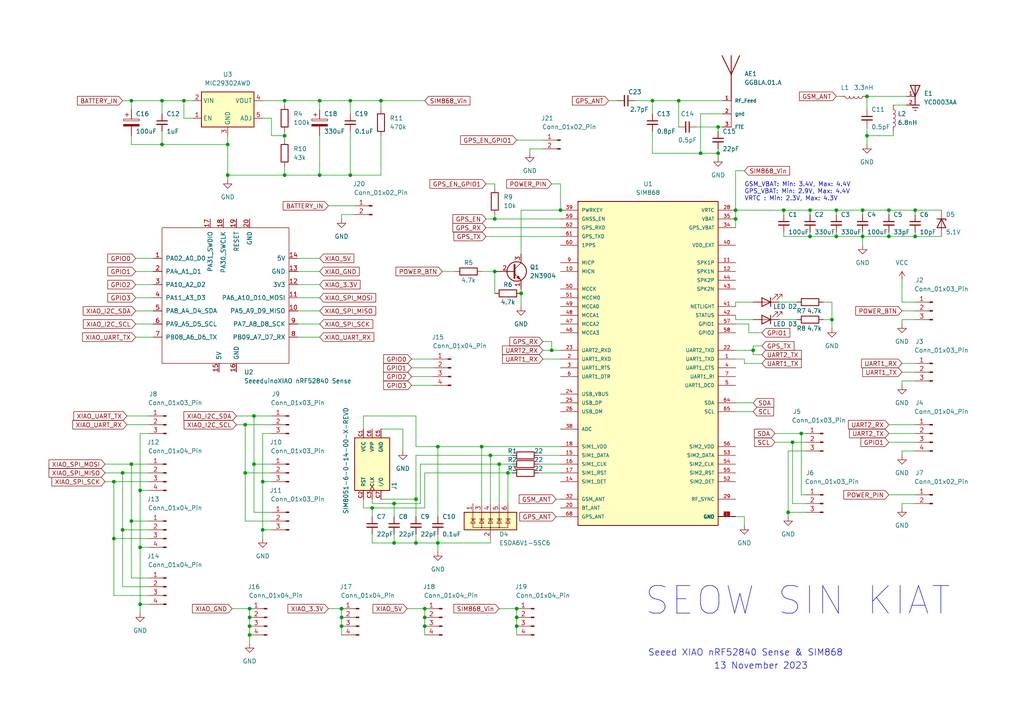
<source format=kicad_sch>
(kicad_sch (version 20230121) (generator eeschema)
  (paper "A4")
  (junction (at 73.66 120.65))
  (junction (at 40.64 175.26))
  (junction (at 265.43 60.96))
  (junction (at 160.02 101.6))
  (junction (at 208.28 44.45))
  (junction (at 143.51 63.5))
  (junction (at 72.39 181.61))
  (junction (at 92.71 29.21))
  (junction (at 151.13 85.09))
  (junction (at 143.51 78.74))
  (junction (at 72.39 179.07))
  (junction (at 142.24 132.08))
  (junction (at 99.06 179.07))
  (junction (at 99.06 181.61))
  (junction (at 38.1 29.21))
  (junction (at 35.56 153.67))
  (junction (at 46.99 29.21))
  (junction (at 149.86 179.07))
  (junction (at 123.19 179.07))
  (junction (at 99.06 176.53))
  (junction (at 213.36 60.96))
  (junction (at 38.1 151.13))
  (junction (at 35.56 137.16))
  (junction (at 257.81 68.58))
  (junction (at 251.46 39.37))
  (junction (at 127 157.48))
  (junction (at 149.86 176.53))
  (junction (at 251.46 27.94))
  (junction (at 40.64 142.24))
  (junction (at 101.6 50.8))
  (junction (at 196.85 29.21))
  (junction (at 242.57 60.96))
  (junction (at 76.2 139.7))
  (junction (at 40.64 158.75))
  (junction (at 189.23 29.21))
  (junction (at 250.19 68.58))
  (junction (at 127 129.54))
  (junction (at 53.34 29.21))
  (junction (at 234.95 68.58))
  (junction (at 46.99 41.91))
  (junction (at 123.19 176.53))
  (junction (at 123.19 181.61))
  (junction (at 72.39 176.53))
  (junction (at 218.44 101.6))
  (junction (at 208.28 36.83))
  (junction (at 234.95 60.96))
  (junction (at 110.49 29.21))
  (junction (at 162.56 60.96))
  (junction (at 73.66 134.62))
  (junction (at 213.36 63.5))
  (junction (at 114.3 157.48))
  (junction (at 66.04 50.8))
  (junction (at 242.57 68.58))
  (junction (at 38.1 134.62))
  (junction (at 265.43 68.58))
  (junction (at 82.55 29.21))
  (junction (at 228.6 148.59))
  (junction (at 147.32 137.16))
  (junction (at 139.7 129.54))
  (junction (at 250.19 60.96))
  (junction (at 120.65 144.78))
  (junction (at 82.55 50.8))
  (junction (at 144.78 134.62))
  (junction (at 72.39 184.15))
  (junction (at 114.3 146.05))
  (junction (at 71.12 137.16))
  (junction (at 107.95 147.32))
  (junction (at 76.2 153.67))
  (junction (at 227.33 60.96))
  (junction (at 203.2 44.45))
  (junction (at 149.86 181.61))
  (junction (at 71.12 123.19))
  (junction (at 66.04 41.91))
  (junction (at 241.3 92.71))
  (junction (at 82.55 39.37))
  (junction (at 232.41 125.73))
  (junction (at 33.02 156.21))
  (junction (at 101.6 29.21))
  (junction (at 33.02 139.7))
  (junction (at 229.87 128.27))
  (junction (at 120.65 157.48))
  (junction (at 92.71 50.8))
  (junction (at 257.81 60.96))
  (wire (pts (xy 139.7 129.54) (xy 162.56 129.54)))
  (wire (pts (xy 157.48 99.06) (xy 160.02 99.06)))
  (wire (pts (xy 273.05 60.96) (xy 265.43 60.96)))
  (wire (pts (xy 110.49 144.78) (xy 120.65 144.78)))
  (wire (pts (xy 250.19 60.96) (xy 250.19 62.23)))
  (wire (pts (xy 33.02 156.21) (xy 33.02 139.7)))
  (wire (pts (xy 140.97 68.58) (xy 162.56 68.58)))
  (wire (pts (xy 139.7 78.74) (xy 143.51 78.74)))
  (wire (pts (xy 123.19 137.16) (xy 123.19 147.32)))
  (wire (pts (xy 250.19 68.58) (xy 257.81 68.58)))
  (wire (pts (xy 78.74 148.59) (xy 73.66 148.59)))
  (wire (pts (xy 123.19 147.32) (xy 107.95 147.32)))
  (wire (pts (xy 161.29 144.78) (xy 162.56 144.78)))
  (wire (pts (xy 176.53 29.21) (xy 179.07 29.21)))
  (wire (pts (xy 218.44 100.33) (xy 220.98 100.33)))
  (wire (pts (xy 121.92 134.62) (xy 144.78 134.62)))
  (wire (pts (xy 120.65 132.08) (xy 120.65 144.78)))
  (wire (pts (xy 66.04 50.8) (xy 82.55 50.8)))
  (wire (pts (xy 251.46 27.94) (xy 262.89 27.94)))
  (wire (pts (xy 251.46 36.83) (xy 251.46 39.37)))
  (wire (pts (xy 215.9 149.86) (xy 215.9 152.4)))
  (wire (pts (xy 233.68 143.51) (xy 232.41 143.51)))
  (wire (pts (xy 35.56 137.16) (xy 43.18 137.16)))
  (wire (pts (xy 86.36 93.98) (xy 92.71 93.98)))
  (wire (pts (xy 144.78 134.62) (xy 148.59 134.62)))
  (wire (pts (xy 189.23 38.1) (xy 189.23 44.45)))
  (wire (pts (xy 72.39 181.61) (xy 72.39 184.15)))
  (wire (pts (xy 226.06 92.71) (xy 231.14 92.71)))
  (wire (pts (xy 33.02 172.72) (xy 33.02 156.21)))
  (wire (pts (xy 241.3 92.71) (xy 241.3 95.25)))
  (wire (pts (xy 215.9 104.14) (xy 213.36 104.14)))
  (wire (pts (xy 71.12 151.13) (xy 71.12 137.16)))
  (wire (pts (xy 232.41 125.73) (xy 232.41 143.51)))
  (wire (pts (xy 227.33 60.96) (xy 213.36 60.96)))
  (wire (pts (xy 217.17 93.98) (xy 213.36 93.98)))
  (wire (pts (xy 213.36 119.38) (xy 218.44 119.38)))
  (wire (pts (xy 73.66 134.62) (xy 73.66 120.65)))
  (wire (pts (xy 38.1 29.21) (xy 46.99 29.21)))
  (wire (pts (xy 234.95 60.96) (xy 242.57 60.96)))
  (wire (pts (xy 67.31 176.53) (xy 72.39 176.53)))
  (wire (pts (xy 76.2 29.21) (xy 82.55 29.21)))
  (wire (pts (xy 76.2 153.67) (xy 76.2 156.21)))
  (wire (pts (xy 259.08 30.48) (xy 262.89 30.48)))
  (wire (pts (xy 99.06 62.23) (xy 99.06 63.5)))
  (wire (pts (xy 242.57 60.96) (xy 250.19 60.96)))
  (wire (pts (xy 40.64 142.24) (xy 40.64 158.75)))
  (wire (pts (xy 92.71 29.21) (xy 92.71 31.75)))
  (wire (pts (xy 215.9 105.41) (xy 220.98 105.41)))
  (wire (pts (xy 71.12 137.16) (xy 71.12 123.19)))
  (wire (pts (xy 203.2 33.02) (xy 203.2 44.45)))
  (wire (pts (xy 35.56 170.18) (xy 35.56 153.67)))
  (wire (pts (xy 213.36 149.86) (xy 215.9 149.86)))
  (wire (pts (xy 78.74 151.13) (xy 71.12 151.13)))
  (wire (pts (xy 127 129.54) (xy 127 149.86)))
  (wire (pts (xy 242.57 68.58) (xy 242.57 67.31)))
  (wire (pts (xy 53.34 34.29) (xy 53.34 29.21)))
  (wire (pts (xy 233.68 146.05) (xy 229.87 146.05)))
  (wire (pts (xy 261.62 105.41) (xy 265.43 105.41)))
  (wire (pts (xy 242.57 27.94) (xy 243.84 27.94)))
  (wire (pts (xy 39.37 97.79) (xy 44.45 97.79)))
  (wire (pts (xy 143.51 62.23) (xy 143.51 63.5)))
  (wire (pts (xy 110.49 39.37) (xy 110.49 50.8)))
  (wire (pts (xy 40.64 125.73) (xy 40.64 142.24)))
  (wire (pts (xy 201.93 36.83) (xy 208.28 36.83)))
  (wire (pts (xy 143.51 54.61) (xy 143.51 53.34)))
  (wire (pts (xy 189.23 44.45) (xy 203.2 44.45)))
  (wire (pts (xy 144.78 134.62) (xy 144.78 146.05)))
  (wire (pts (xy 38.1 41.91) (xy 38.1 39.37)))
  (wire (pts (xy 209.55 29.21) (xy 196.85 29.21)))
  (wire (pts (xy 110.49 124.46) (xy 116.84 124.46)))
  (wire (pts (xy 265.43 130.81) (xy 261.62 130.81)))
  (wire (pts (xy 241.3 87.63) (xy 238.76 87.63)))
  (wire (pts (xy 123.19 181.61) (xy 123.19 184.15)))
  (wire (pts (xy 82.55 29.21) (xy 92.71 29.21)))
  (wire (pts (xy 33.02 156.21) (xy 43.18 156.21)))
  (wire (pts (xy 147.32 137.16) (xy 148.59 137.16)))
  (wire (pts (xy 142.24 132.08) (xy 142.24 146.05)))
  (wire (pts (xy 95.25 176.53) (xy 99.06 176.53)))
  (wire (pts (xy 76.2 139.7) (xy 78.74 139.7)))
  (wire (pts (xy 116.84 124.46) (xy 116.84 130.81)))
  (wire (pts (xy 161.29 149.86) (xy 162.56 149.86)))
  (wire (pts (xy 218.44 101.6) (xy 218.44 102.87)))
  (wire (pts (xy 78.74 34.29) (xy 76.2 34.29)))
  (wire (pts (xy 209.55 33.02) (xy 203.2 33.02)))
  (wire (pts (xy 123.19 179.07) (xy 123.19 181.61)))
  (wire (pts (xy 40.64 158.75) (xy 40.64 175.26)))
  (wire (pts (xy 156.21 134.62) (xy 162.56 134.62)))
  (wire (pts (xy 257.81 68.58) (xy 265.43 68.58)))
  (wire (pts (xy 227.33 60.96) (xy 234.95 60.96)))
  (wire (pts (xy 86.36 86.36) (xy 92.71 86.36)))
  (wire (pts (xy 227.33 62.23) (xy 227.33 60.96)))
  (wire (pts (xy 99.06 179.07) (xy 99.06 181.61)))
  (wire (pts (xy 38.1 167.64) (xy 38.1 151.13)))
  (wire (pts (xy 208.28 44.45) (xy 208.28 45.72)))
  (wire (pts (xy 261.62 111.76) (xy 261.62 110.49)))
  (wire (pts (xy 92.71 50.8) (xy 82.55 50.8)))
  (wire (pts (xy 265.43 146.05) (xy 261.62 146.05)))
  (wire (pts (xy 72.39 179.07) (xy 72.39 181.61)))
  (wire (pts (xy 265.43 68.58) (xy 265.43 67.31)))
  (wire (pts (xy 46.99 38.1) (xy 46.99 41.91)))
  (wire (pts (xy 143.51 78.74) (xy 143.51 85.09)))
  (wire (pts (xy 114.3 146.05) (xy 114.3 149.86)))
  (wire (pts (xy 142.24 157.48) (xy 142.24 156.21)))
  (wire (pts (xy 92.71 39.37) (xy 92.71 50.8)))
  (wire (pts (xy 39.37 78.74) (xy 44.45 78.74)))
  (wire (pts (xy 189.23 29.21) (xy 189.23 33.02)))
  (wire (pts (xy 43.18 167.64) (xy 38.1 167.64)))
  (wire (pts (xy 218.44 100.33) (xy 218.44 101.6)))
  (wire (pts (xy 234.95 68.58) (xy 234.95 67.31)))
  (wire (pts (xy 149.86 181.61) (xy 149.86 184.15)))
  (wire (pts (xy 119.38 106.68) (xy 125.73 106.68)))
  (wire (pts (xy 120.65 129.54) (xy 127 129.54)))
  (wire (pts (xy 43.18 172.72) (xy 33.02 172.72)))
  (wire (pts (xy 156.21 132.08) (xy 162.56 132.08)))
  (wire (pts (xy 107.95 146.05) (xy 114.3 146.05)))
  (wire (pts (xy 121.92 134.62) (xy 121.92 146.05)))
  (wire (pts (xy 259.08 39.37) (xy 251.46 39.37)))
  (wire (pts (xy 53.34 29.21) (xy 55.88 29.21)))
  (wire (pts (xy 250.19 68.58) (xy 250.19 71.12)))
  (wire (pts (xy 196.85 29.21) (xy 196.85 36.83)))
  (wire (pts (xy 144.78 176.53) (xy 149.86 176.53)))
  (wire (pts (xy 110.49 29.21) (xy 110.49 31.75)))
  (wire (pts (xy 38.1 29.21) (xy 38.1 31.75)))
  (wire (pts (xy 118.11 176.53) (xy 123.19 176.53)))
  (wire (pts (xy 38.1 151.13) (xy 43.18 151.13)))
  (wire (pts (xy 228.6 148.59) (xy 228.6 149.86)))
  (wire (pts (xy 120.65 154.94) (xy 120.65 157.48)))
  (wire (pts (xy 39.37 74.93) (xy 44.45 74.93)))
  (wire (pts (xy 39.37 90.17) (xy 44.45 90.17)))
  (wire (pts (xy 68.58 120.65) (xy 73.66 120.65)))
  (wire (pts (xy 208.28 36.83) (xy 208.28 38.1)))
  (wire (pts (xy 232.41 125.73) (xy 233.68 125.73)))
  (wire (pts (xy 114.3 157.48) (xy 120.65 157.48)))
  (wire (pts (xy 119.38 111.76) (xy 125.73 111.76)))
  (wire (pts (xy 261.62 87.63) (xy 265.43 87.63)))
  (wire (pts (xy 102.87 62.23) (xy 99.06 62.23)))
  (wire (pts (xy 120.65 120.65) (xy 120.65 129.54)))
  (wire (pts (xy 261.62 107.95) (xy 265.43 107.95)))
  (wire (pts (xy 218.44 102.87) (xy 220.98 102.87)))
  (wire (pts (xy 30.48 137.16) (xy 35.56 137.16)))
  (wire (pts (xy 73.66 120.65) (xy 78.74 120.65)))
  (wire (pts (xy 120.65 120.65) (xy 105.41 120.65)))
  (wire (pts (xy 229.87 128.27) (xy 229.87 146.05)))
  (wire (pts (xy 213.36 49.53) (xy 215.9 49.53)))
  (wire (pts (xy 265.43 68.58) (xy 273.05 68.58)))
  (wire (pts (xy 107.95 147.32) (xy 107.95 149.86)))
  (wire (pts (xy 101.6 29.21) (xy 110.49 29.21)))
  (wire (pts (xy 101.6 29.21) (xy 101.6 33.02)))
  (wire (pts (xy 107.95 144.78) (xy 107.95 146.05)))
  (wire (pts (xy 43.18 175.26) (xy 40.64 175.26)))
  (wire (pts (xy 257.81 60.96) (xy 257.81 62.23)))
  (wire (pts (xy 38.1 41.91) (xy 46.99 41.91)))
  (wire (pts (xy 228.6 130.81) (xy 228.6 148.59)))
  (wire (pts (xy 238.76 92.71) (xy 241.3 92.71)))
  (wire (pts (xy 86.36 78.74) (xy 92.71 78.74)))
  (wire (pts (xy 226.06 87.63) (xy 231.14 87.63)))
  (wire (pts (xy 242.57 60.96) (xy 242.57 62.23)))
  (wire (pts (xy 140.97 63.5) (xy 143.51 63.5)))
  (wire (pts (xy 39.37 86.36) (xy 44.45 86.36)))
  (wire (pts (xy 66.04 50.8) (xy 66.04 52.07)))
  (wire (pts (xy 39.37 93.98) (xy 44.45 93.98)))
  (wire (pts (xy 36.83 120.65) (xy 43.18 120.65)))
  (wire (pts (xy 119.38 109.22) (xy 125.73 109.22)))
  (wire (pts (xy 261.62 146.05) (xy 261.62 147.32)))
  (wire (pts (xy 251.46 39.37) (xy 251.46 41.91)))
  (wire (pts (xy 157.48 43.18) (xy 153.67 43.18)))
  (wire (pts (xy 30.48 139.7) (xy 33.02 139.7)))
  (wire (pts (xy 261.62 110.49) (xy 265.43 110.49)))
  (wire (pts (xy 229.87 128.27) (xy 233.68 128.27)))
  (wire (pts (xy 107.95 154.94) (xy 107.95 157.48)))
  (wire (pts (xy 72.39 176.53) (xy 72.39 179.07)))
  (wire (pts (xy 251.46 27.94) (xy 251.46 31.75)))
  (wire (pts (xy 257.81 128.27) (xy 265.43 128.27)))
  (wire (pts (xy 86.36 74.93) (xy 92.71 74.93)))
  (wire (pts (xy 38.1 134.62) (xy 43.18 134.62)))
  (wire (pts (xy 76.2 153.67) (xy 78.74 153.67)))
  (wire (pts (xy 82.55 29.21) (xy 82.55 30.48)))
  (wire (pts (xy 110.49 29.21) (xy 123.19 29.21)))
  (wire (pts (xy 105.41 120.65) (xy 105.41 124.46)))
  (wire (pts (xy 233.68 130.81) (xy 228.6 130.81)))
  (wire (pts (xy 76.2 125.73) (xy 76.2 139.7)))
  (wire (pts (xy 213.36 87.63) (xy 213.36 88.9)))
  (wire (pts (xy 107.95 147.32) (xy 105.41 147.32)))
  (wire (pts (xy 110.49 50.8) (xy 101.6 50.8)))
  (wire (pts (xy 73.66 148.59) (xy 73.66 134.62)))
  (wire (pts (xy 151.13 85.09) (xy 151.13 88.9)))
  (wire (pts (xy 39.37 82.55) (xy 44.45 82.55)))
  (wire (pts (xy 78.74 34.29) (xy 78.74 39.37)))
  (wire (pts (xy 82.55 39.37) (xy 82.55 38.1)))
  (wire (pts (xy 139.7 129.54) (xy 139.7 146.05)))
  (wire (pts (xy 71.12 137.16) (xy 78.74 137.16)))
  (wire (pts (xy 68.58 123.19) (xy 71.12 123.19)))
  (wire (pts (xy 36.83 123.19) (xy 43.18 123.19)))
  (wire (pts (xy 120.65 132.08) (xy 142.24 132.08)))
  (wire (pts (xy 250.19 60.96) (xy 257.81 60.96)))
  (wire (pts (xy 40.64 142.24) (xy 43.18 142.24)))
  (wire (pts (xy 127 129.54) (xy 139.7 129.54)))
  (wire (pts (xy 257.81 123.19) (xy 265.43 123.19)))
  (wire (pts (xy 162.56 60.96) (xy 151.13 60.96)))
  (wire (pts (xy 121.92 146.05) (xy 114.3 146.05)))
  (wire (pts (xy 55.88 34.29) (xy 53.34 34.29)))
  (wire (pts (xy 217.17 96.52) (xy 220.98 96.52)))
  (wire (pts (xy 208.28 36.83) (xy 209.55 36.83)))
  (wire (pts (xy 127 154.94) (xy 127 157.48)))
  (wire (pts (xy 40.64 175.26) (xy 40.64 177.8)))
  (wire (pts (xy 215.9 105.41) (xy 215.9 104.14)))
  (wire (pts (xy 157.48 101.6) (xy 160.02 101.6)))
  (wire (pts (xy 234.95 60.96) (xy 234.95 62.23)))
  (wire (pts (xy 213.36 116.84) (xy 218.44 116.84)))
  (wire (pts (xy 261.62 81.28) (xy 261.62 87.63)))
  (wire (pts (xy 105.41 147.32) (xy 105.41 144.78)))
  (wire (pts (xy 33.02 139.7) (xy 43.18 139.7)))
  (wire (pts (xy 95.25 59.69) (xy 102.87 59.69)))
  (wire (pts (xy 233.68 148.59) (xy 228.6 148.59)))
  (wire (pts (xy 46.99 29.21) (xy 53.34 29.21)))
  (wire (pts (xy 76.2 139.7) (xy 76.2 153.67)))
  (wire (pts (xy 127 157.48) (xy 142.24 157.48)))
  (wire (pts (xy 213.36 87.63) (xy 218.44 87.63)))
  (wire (pts (xy 149.86 179.07) (xy 149.86 181.61)))
  (wire (pts (xy 160.02 53.34) (xy 162.56 53.34)))
  (wire (pts (xy 119.38 104.14) (xy 125.73 104.14)))
  (wire (pts (xy 143.51 63.5) (xy 162.56 63.5)))
  (wire (pts (xy 257.81 68.58) (xy 257.81 67.31)))
  (wire (pts (xy 147.32 137.16) (xy 147.32 146.05)))
  (wire (pts (xy 120.65 157.48) (xy 127 157.48)))
  (wire (pts (xy 261.62 92.71) (xy 265.43 92.71)))
  (wire (pts (xy 140.97 66.04) (xy 162.56 66.04)))
  (wire (pts (xy 99.06 181.61) (xy 99.06 184.15)))
  (wire (pts (xy 142.24 132.08) (xy 148.59 132.08)))
  (wire (pts (xy 46.99 29.21) (xy 46.99 33.02)))
  (wire (pts (xy 43.18 158.75) (xy 40.64 158.75)))
  (wire (pts (xy 213.36 101.6) (xy 218.44 101.6)))
  (wire (pts (xy 261.62 130.81) (xy 261.62 132.08)))
  (wire (pts (xy 71.12 123.19) (xy 78.74 123.19)))
  (wire (pts (xy 257.81 60.96) (xy 265.43 60.96)))
  (wire (pts (xy 123.19 137.16) (xy 147.32 137.16)))
  (wire (pts (xy 208.28 43.18) (xy 208.28 44.45)))
  (wire (pts (xy 184.15 29.21) (xy 189.23 29.21)))
  (wire (pts (xy 86.36 90.17) (xy 92.71 90.17)))
  (wire (pts (xy 257.81 125.73) (xy 265.43 125.73)))
  (wire (pts (xy 107.95 157.48) (xy 114.3 157.48)))
  (wire (pts (xy 35.56 153.67) (xy 35.56 137.16)))
  (wire (pts (xy 114.3 157.48) (xy 114.3 154.94)))
  (wire (pts (xy 86.36 82.55) (xy 92.71 82.55)))
  (wire (pts (xy 38.1 151.13) (xy 38.1 134.62)))
  (wire (pts (xy 213.36 49.53) (xy 213.36 60.96)))
  (wire (pts (xy 265.43 60.96) (xy 265.43 62.23)))
  (wire (pts (xy 203.2 44.45) (xy 208.28 44.45)))
  (wire (pts (xy 162.56 53.34) (xy 162.56 60.96)))
  (wire (pts (xy 128.27 78.74) (xy 132.08 78.74)))
  (wire (pts (xy 120.65 144.78) (xy 120.65 149.86)))
  (wire (pts (xy 151.13 60.96) (xy 151.13 73.66)))
  (wire (pts (xy 227.33 68.58) (xy 227.33 67.31)))
  (wire (pts (xy 189.23 29.21) (xy 196.85 29.21)))
  (wire (pts (xy 217.17 96.52) (xy 217.17 93.98)))
  (wire (pts (xy 82.55 39.37) (xy 82.55 40.64)))
  (wire (pts (xy 156.21 137.16) (xy 162.56 137.16)))
  (wire (pts (xy 43.18 125.73) (xy 40.64 125.73)))
  (wire (pts (xy 35.56 29.21) (xy 38.1 29.21)))
  (wire (pts (xy 78.74 125.73) (xy 76.2 125.73)))
  (wire (pts (xy 213.36 60.96) (xy 213.36 63.5)))
  (wire (pts (xy 46.99 41.91) (xy 66.04 41.91)))
  (wire (pts (xy 151.13 83.82) (xy 151.13 85.09)))
  (wire (pts (xy 241.3 87.63) (xy 241.3 92.71)))
  (wire (pts (xy 82.55 50.8) (xy 82.55 48.26)))
  (wire (pts (xy 143.51 53.34) (xy 140.97 53.34)))
  (wire (pts (xy 213.36 63.5) (xy 213.36 66.04)))
  (wire (pts (xy 227.33 68.58) (xy 234.95 68.58)))
  (wire (pts (xy 234.95 68.58) (xy 242.57 68.58)))
  (wire (pts (xy 43.18 170.18) (xy 35.56 170.18)))
  (wire (pts (xy 261.62 90.17) (xy 265.43 90.17)))
  (wire (pts (xy 72.39 184.15) (xy 72.39 186.69)))
  (wire (pts (xy 224.79 128.27) (xy 229.87 128.27)))
  (wire (pts (xy 257.81 143.51) (xy 265.43 143.51)))
  (wire (pts (xy 149.86 176.53) (xy 149.86 179.07)))
  (wire (pts (xy 30.48 134.62) (xy 38.1 134.62)))
  (wire (pts (xy 250.19 68.58) (xy 250.19 67.31)))
  (wire (pts (xy 78.74 39.37) (xy 82.55 39.37)))
  (wire (pts (xy 261.62 92.71) (xy 261.62 93.98)))
  (wire (pts (xy 259.08 39.37) (xy 259.08 38.1)))
  (wire (pts (xy 213.36 92.71) (xy 218.44 92.71)))
  (wire (pts (xy 99.06 176.53) (xy 99.06 179.07)))
  (wire (pts (xy 160.02 99.06) (xy 160.02 101.6)))
  (wire (pts (xy 123.19 176.53) (xy 123.19 179.07)))
  (wire (pts (xy 35.56 153.67) (xy 43.18 153.67)))
  (wire (pts (xy 86.36 97.79) (xy 92.71 97.79)))
  (wire (pts (xy 149.86 40.64) (xy 157.48 40.64)))
  (wire (pts (xy 157.48 104.14) (xy 162.56 104.14)))
  (wire (pts (xy 242.57 68.58) (xy 250.19 68.58)))
  (wire (pts (xy 160.02 101.6) (xy 162.56 101.6)))
  (wire (pts (xy 153.67 43.18) (xy 153.67 44.45)))
  (wire (pts (xy 73.66 134.62) (xy 78.74 134.62)))
  (wire (pts (xy 66.04 41.91) (xy 66.04 50.8)))
  (wire (pts (xy 213.36 92.71) (xy 213.36 91.44)))
  (wire (pts (xy 224.79 125.73) (xy 232.41 125.73)))
  (wire (pts (xy 127 157.48) (xy 127 160.02)))
  (wire (pts (xy 101.6 38.1) (xy 101.6 50.8)))
  (wire (pts (xy 66.04 39.37) (xy 66.04 41.91)))
  (wire (pts (xy 92.71 29.21) (xy 101.6 29.21)))
  (wire (pts (xy 101.6 50.8) (xy 92.71 50.8)))
  (text "13 November 2023" (at 207.01 194.31 0) (effects (font (size 1.87 1.87)) (justify left bottom)))
  (text "GSM_VBAT: Min: 3.4V, Max: 4.4V\nGPS_VBAT: Min: 2.9V, Max: 4.4V\nVRTC : Min: 2.3V, Max: 4.3V" (at 215.9 58.42 0) (effects (font (size 1.27 1.27)) (justify left bottom)))
  (text "SEOW SIN KIAT\n" (at 186.69 179.07 0) (effects (font (size 8 8)) (justify left bottom)))
  (text "Seeed XIAO nRF52840 Sense & SIM868" (at 187.96 190.5 0) (effects (font (size 1.87 1.87)) (justify left bottom)))
  (global_label "XIAO_3.3V" (shape input) (at 92.71 82.55 0) (property "Intersheetrefs" "${INTERSHEET_REFS}" (effects hide)))
  (global_label "POWER_BTN" (shape input) (at 261.62 90.17 180) (property "Intersheetrefs" "${INTERSHEET_REFS}" (effects hide)))
  (global_label "GPS_TX" (shape input) (at 220.98 100.33 0) (property "Intersheetrefs" "${INTERSHEET_REFS}" (effects hide)))
  (global_label "SDA" (shape input) (at 224.79 125.73 180) (property "Intersheetrefs" "${INTERSHEET_REFS}" (effects hide)))
  (global_label "UART2_TX" (shape input) (at 220.98 102.87 0) (property "Intersheetrefs" "${INTERSHEET_REFS}" (effects hide)))
  (global_label "XIAO_5V" (shape input) (at 118.11 176.53 180) (property "Intersheetrefs" "${INTERSHEET_REFS}" (effects hide)))
  (global_label "XIAO_SPI_MOSI" (shape input) (at 92.71 86.36 0) (property "Intersheetrefs" "${INTERSHEET_REFS}" (effects hide)))
  (global_label "XIAO_GND" (shape input) (at 92.71 78.74 0) (property "Intersheetrefs" "${INTERSHEET_REFS}" (effects hide)))
  (global_label "XIAO_SPI_MOSI" (shape input) (at 30.48 134.62 180) (property "Intersheetrefs" "${INTERSHEET_REFS}" (effects hide)))
  (global_label "UART2_TX" (shape input) (at 257.81 125.73 180) (property "Intersheetrefs" "${INTERSHEET_REFS}" (effects hide)))
  (global_label "XIAO_5V" (shape input) (at 92.71 74.93 0) (property "Intersheetrefs" "${INTERSHEET_REFS}" (effects hide)))
  (global_label "XIAO_UART_TX" (shape input) (at 36.83 120.65 180) (property "Intersheetrefs" "${INTERSHEET_REFS}" (effects hide)))
  (global_label "GSM_ANT" (shape input) (at 161.29 144.78 180) (property "Intersheetrefs" "${INTERSHEET_REFS}" (effects hide)))
  (global_label "XIAO_SPI_MISO" (shape input) (at 30.48 137.16 180) (property "Intersheetrefs" "${INTERSHEET_REFS}" (effects hide)))
  (global_label "XIAO_GND" (shape input) (at 67.31 176.53 180) (property "Intersheetrefs" "${INTERSHEET_REFS}" (effects hide)))
  (global_label "SIM868_Vin" (shape input) (at 123.19 29.21 0) (property "Intersheetrefs" "${INTERSHEET_REFS}" (effects hide)))
  (global_label "XIAO_I2C_SCL" (shape input) (at 68.58 123.19 180) (property "Intersheetrefs" "${INTERSHEET_REFS}" (effects hide)))
  (global_label "GPS_RX" (shape input) (at 157.48 99.06 180) (property "Intersheetrefs" "${INTERSHEET_REFS}" (effects hide)))
  (global_label "XIAO_SPI_SCK" (shape input) (at 92.71 93.98 0) (property "Intersheetrefs" "${INTERSHEET_REFS}" (effects hide)))
  (global_label "POWER_PIN" (shape input) (at 160.02 53.34 180) (property "Intersheetrefs" "${INTERSHEET_REFS}" (effects hide)))
  (global_label "UART1_TX" (shape input) (at 220.98 105.41 0) (property "Intersheetrefs" "${INTERSHEET_REFS}" (effects hide)))
  (global_label "GPS_ANT" (shape input) (at 176.53 29.21 180) (property "Intersheetrefs" "${INTERSHEET_REFS}" (effects hide)))
  (global_label "XIAO_3.3V" (shape input) (at 95.25 176.53 180) (property "Intersheetrefs" "${INTERSHEET_REFS}" (effects hide)))
  (global_label "GPS_ANT" (shape input) (at 161.29 149.86 180) (property "Intersheetrefs" "${INTERSHEET_REFS}" (effects hide)))
  (global_label "UART1_RX" (shape input) (at 261.62 105.41 180) (property "Intersheetrefs" "${INTERSHEET_REFS}" (effects hide)))
  (global_label "XIAO_I2C_SCL" (shape input) (at 39.37 93.98 180) (property "Intersheetrefs" "${INTERSHEET_REFS}" (effects hide)))
  (global_label "GPS_EN" (shape input) (at 140.97 63.5 180) (property "Intersheetrefs" "${INTERSHEET_REFS}" (effects hide)))
  (global_label "XIAO_UART_TX" (shape input) (at 39.37 97.79 180) (property "Intersheetrefs" "${INTERSHEET_REFS}" (effects hide)))
  (global_label "UART2_RX" (shape input) (at 157.48 101.6 180) (property "Intersheetrefs" "${INTERSHEET_REFS}" (effects hide)))
  (global_label "SIM868_Vin" (shape input) (at 144.78 176.53 180) (property "Intersheetrefs" "${INTERSHEET_REFS}" (effects hide)))
  (global_label "SCL" (shape input) (at 224.79 128.27 180) (property "Intersheetrefs" "${INTERSHEET_REFS}" (effects hide)))
  (global_label "GPIO2" (shape input) (at 39.37 82.55 180) (property "Intersheetrefs" "${INTERSHEET_REFS}" (effects hide)))
  (global_label "XIAO_I2C_SDA" (shape input) (at 39.37 90.17 180) (property "Intersheetrefs" "${INTERSHEET_REFS}" (effects hide)))
  (global_label "GPIO2" (shape input) (at 119.38 109.22 180) (property "Intersheetrefs" "${INTERSHEET_REFS}" (effects hide)))
  (global_label "SCL" (shape input) (at 218.44 119.38 0) (property "Intersheetrefs" "${INTERSHEET_REFS}" (effects hide)))
  (global_label "GPIO0" (shape input) (at 119.38 104.14 180) (property "Intersheetrefs" "${INTERSHEET_REFS}" (effects hide)))
  (global_label "XIAO_UART_RX" (shape input) (at 36.83 123.19 180) (property "Intersheetrefs" "${INTERSHEET_REFS}" (effects hide)))
  (global_label "GPIO1" (shape input) (at 257.81 128.27 180) (property "Intersheetrefs" "${INTERSHEET_REFS}" (effects hide)))
  (global_label "XIAO_UART_RX" (shape input) (at 92.71 97.79 0) (property "Intersheetrefs" "${INTERSHEET_REFS}" (effects hide)))
  (global_label "SIM868_Vin" (shape input) (at 215.9 49.53 0) (property "Intersheetrefs" "${INTERSHEET_REFS}" (effects hide)))
  (global_label "XIAO_I2C_SDA" (shape input) (at 68.58 120.65 180) (property "Intersheetrefs" "${INTERSHEET_REFS}" (effects hide)))
  (global_label "SDA" (shape input) (at 218.44 116.84 0) (property "Intersheetrefs" "${INTERSHEET_REFS}" (effects hide)))
  (global_label "XIAO_SPI_MISO" (shape input) (at 92.71 90.17 0) (property "Intersheetrefs" "${INTERSHEET_REFS}" (effects hide)))
  (global_label "GPIO3" (shape input) (at 39.37 86.36 180) (property "Intersheetrefs" "${INTERSHEET_REFS}" (effects hide)))
  (global_label "GSM_ANT" (shape input) (at 242.57 27.94 180) (property "Intersheetrefs" "${INTERSHEET_REFS}" (effects hide)))
  (global_label "UART1_TX" (shape input) (at 261.62 107.95 180) (property "Intersheetrefs" "${INTERSHEET_REFS}" (effects hide)))
  (global_label "GPS_RX" (shape input) (at 140.97 66.04 180) (property "Intersheetrefs" "${INTERSHEET_REFS}" (effects hide)))
  (global_label "GPS_EN_GPIO1" (shape input) (at 149.86 40.64 180) (property "Intersheetrefs" "${INTERSHEET_REFS}" (effects hide)))
  (global_label "GPIO3" (shape input) (at 119.38 111.76 180) (property "Intersheetrefs" "${INTERSHEET_REFS}" (effects hide)))
  (global_label "UART2_RX" (shape input) (at 257.81 123.19 180) (property "Intersheetrefs" "${INTERSHEET_REFS}" (effects hide)))
  (global_label "XIAO_SPI_SCK" (shape input) (at 30.48 139.7 180) (property "Intersheetrefs" "${INTERSHEET_REFS}" (effects hide)))
  (global_label "GPS_EN_GPIO1" (shape input) (at 140.97 53.34 180) (property "Intersheetrefs" "${INTERSHEET_REFS}" (effects hide)))
  (global_label "GPIO1" (shape input) (at 220.98 96.52 0) (property "Intersheetrefs" "${INTERSHEET_REFS}" (effects hide)))
  (global_label "GPIO0" (shape input) (at 39.37 74.93 180) (property "Intersheetrefs" "${INTERSHEET_REFS}" (effects hide)))
  (global_label "BATTERY_IN" (shape input) (at 95.25 59.69 180) (property "Intersheetrefs" "${INTERSHEET_REFS}" (effects hide)))
  (global_label "BATTERY_IN" (shape input) (at 35.56 29.21 180) (property "Intersheetrefs" "${INTERSHEET_REFS}" (effects hide)))
  (global_label "GPIO1" (shape input) (at 39.37 78.74 180) (property "Intersheetrefs" "${INTERSHEET_REFS}" (effects hide)))
  (global_label "GPS_TX" (shape input) (at 140.97 68.58 180) (property "Intersheetrefs" "${INTERSHEET_REFS}" (effects hide)))
  (global_label "GPIO1" (shape input) (at 119.38 106.68 180) (property "Intersheetrefs" "${INTERSHEET_REFS}" (effects hide)))
  (global_label "POWER_BTN" (shape input) (at 128.27 78.74 180) (property "Intersheetrefs" "${INTERSHEET_REFS}" (effects hide)))
  (global_label "UART1_RX" (shape input) (at 157.48 104.14 180) (property "Intersheetrefs" "${INTERSHEET_REFS}" (effects hide)))
  (global_label "POWER_PIN" (shape input) (at 257.81 143.51 180) (property "Intersheetrefs" "${INTERSHEET_REFS}" (effects hide)))
  (symbol (lib_id "power:GND") (at 250.19 71.12 0) (unit 1)
    (property "Reference" "#PWR02" (effects hide))
    (property "Value" "GND" (at 250.19 76.2 0))
  )
  (symbol (lib_id "power:GND") (at 72.39 186.69 0) (unit 1)
    (property "Reference" "#PWR018" (effects hide))
    (property "Value" "GND" (at 72.39 191.77 0))
  )
  (symbol (lib_id "power:GND") (at 66.04 52.07 0) (unit 1)
    (property "Reference" "#PWR01" (effects hide))
    (property "Value" "GND" (at 66.04 57.15 0))
  )
  (symbol (lib_id "Connector:Conn_01x04_Pin") (at 48.26 153.67 0) (mirror y) (unit 1)
    (property "Reference" "J13" (at 44.45 144.78 0))
    (property "Value" "Conn_01x04_Pin" (at 50.8 147.32 0))
    (property "Footprint" "Connector_Molex:Molex_SPOX_5267-04A_1x04_P2.50mm_Vertical" (effects hide))
  )
  (symbol (lib_id "Device:R") (at 82.55 44.45 0) (unit 1)
    (property "Reference" "R10" (at 85.09 43.18 0) (effects (justify left)))
    (property "Value" "43k" (at 85.09 45.72 0) (effects (justify left)))
    (property "Footprint" "Resistor_SMD:R_0805_2012Metric" (effects hide))
  )
  (symbol (lib_id "Seeeduino XIAO:SeeeduinoXIAO") (at 66.04 86.36 0) (unit 1)
    (property "Reference" "U2" (at 70.7741 107.95 0) (effects (justify left)))
    (property "Value" "SeeeduinoXIAO nRF52840 Sense" (at 70.7741 110.49 0) (effects (justify left)))
    (property "Footprint" "Seeed Studio XIAO Series Library:XIAO-nRF52840-Sense-14P-2.54-21X17.8MM" (effects hide))
  )
  (symbol (lib_id "power:GND") (at 241.3 95.25 0) (unit 1)
    (property "Reference" "#PWR05" (effects hide))
    (property "Value" "GND" (at 241.3 100.33 0))
  )
  (symbol (lib_id "power:VCC") (at 261.62 81.28 0) (unit 1)
    (property "Reference" "#PWR07" (effects hide))
    (property "Value" "VCC" (at 261.62 76.2 0))
  )
  (symbol (lib_id "Device:R") (at 147.32 85.09 90) (unit 1)
    (property "Reference" "R6" (at 147.32 82.55 90))
    (property "Value" "4.7k" (at 147.32 87.63 90))
    (property "Footprint" "Resistor_SMD:R_0201_0603Metric" (effects hide))
  )
  (symbol (lib_id "Connector:Conn_01x04_Pin") (at 154.94 179.07 0) (mirror y) (unit 1)
    (property "Reference" "J19" (at 151.13 170.18 0))
    (property "Value" "Conn_01x04_Pin" (at 157.48 172.72 0))
    (property "Footprint" "Connector_Molex:Molex_SPOX_5267-04A_1x04_P2.50mm_Vertical" (effects hide))
  )
  (symbol (lib_id "Device:C_Small") (at 250.19 64.77 0) (unit 1)
    (property "Reference" "C4" (at 251.46 62.23 0) (effects (justify left)))
    (property "Value" "100uF" (at 251.46 67.31 0) (effects (justify left)))
    (property "Footprint" "Capacitor_SMD:C_0805_2012Metric" (effects hide))
  )
  (symbol (lib_id "Device:C_Small") (at 114.3 152.4 0) (unit 1)
    (property "Reference" "C8" (at 115.57 149.86 0) (effects (justify left)))
    (property "Value" "22pF" (at 115.57 154.94 0) (effects (justify left)))
    (property "Footprint" "Capacitor_SMD:C_0402_1005Metric" (effects hide))
  )
  (symbol (lib_id "Device:R") (at 135.89 78.74 90) (unit 1)
    (property "Reference" "R5" (at 135.89 76.2 90))
    (property "Value" "4.7k" (at 135.89 81.28 90))
    (property "Footprint" "Resistor_SMD:R_0201_0603Metric" (effects hide))
  )
  (symbol (lib_id "Connector:Conn_01x03_Pin") (at 83.82 151.13 0) (mirror y) (unit 1)
    (property "Reference" "J11" (at 80.01 142.24 0))
    (property "Value" "Conn_01x03_Pin" (at 86.36 144.78 0))
    (property "Footprint" "Connector_Molex:Molex_SPOX_5267-03A_1x03_P2.50mm_Vertical" (effects hide))
  )
  (symbol (lib_id "power:GND") (at 251.46 41.91 0) (unit 1)
    (property "Reference" "#PWR013" (effects hide))
    (property "Value" "GND" (at 251.46 46.99 0))
  )
  (symbol (lib_id "power:GND") (at 151.13 88.9 0) (unit 1)
    (property "Reference" "#PWR04" (effects hide))
    (property "Value" "GND" (at 151.13 93.98 0))
  )
  (symbol (lib_id "Connector:Conn_01x02_Pin") (at 162.56 40.64 0) (mirror y) (unit 1)
    (property "Reference" "J21" (at 158.75 34.29 0))
    (property "Value" "Conn_01x02_Pin" (at 165.1 36.83 0))
    (property "Footprint" "Connector_Molex:Molex_SPOX_5267-02A_1x02_P2.50mm_Vertical" (effects hide))
  )
  (symbol (lib_id "Device:R") (at 82.55 34.29 0) (unit 1)
    (property "Reference" "R4" (at 85.09 33.02 0) (effects (justify left)))
    (property "Value" "100k" (at 85.09 35.56 0) (effects (justify left)))
    (property "Footprint" "Resistor_SMD:R_0201_0603Metric" (effects hide))
  )
  (symbol (lib_id "Device:C_Small") (at 234.95 64.77 0) (unit 1)
    (property "Reference" "C2" (at 236.22 62.23 0) (effects (justify left)))
    (property "Value" "330uF" (at 236.22 67.31 0) (effects (justify left)))
    (property "Footprint" "Capacitor_SMD:C_1210_3225Metric" (effects hide))
  )
  (symbol (lib_id "Connector:Conn_01x04_Pin") (at 48.26 170.18 0) (mirror y) (unit 1)
    (property "Reference" "J14" (at 44.45 161.29 0))
    (property "Value" "Conn_01x04_Pin" (at 50.8 163.83 0))
    (property "Footprint" "Connector_Molex:Molex_SPOX_5267-04A_1x04_P2.50mm_Vertical" (effects hide))
  )
  (symbol (lib_id "power:GND") (at 261.62 132.08 0) (unit 1)
    (property "Reference" "#PWR09" (effects hide))
    (property "Value" "GND" (at 261.62 137.16 0))
  )
  (symbol (lib_id "Device:C_Small") (at 181.61 29.21 270) (unit 1)
    (property "Reference" "C23" (at 184.15 26.67 90))
    (property "Value" "2.7pF" (at 185.42 31.75 90))
    (property "Footprint" "Capacitor_SMD:C_0201_0603Metric" (effects hide))
  )
  (symbol (lib_id "Device:R") (at 143.51 58.42 0) (unit 1)
    (property "Reference" "R9" (at 146.05 57.15 0) (effects (justify left)))
    (property "Value" "10k" (at 146.05 59.69 0) (effects (justify left)))
    (property "Footprint" "Resistor_SMD:R_0201_0603Metric" (effects hide))
  )
  (symbol (lib_id "Device:R") (at 234.95 92.71 90) (unit 1)
    (property "Reference" "R8" (at 232.41 95.25 90))
    (property "Value" "4.7k" (at 236.22 95.25 90))
    (property "Footprint" "Resistor_SMD:R_0201_0603Metric" (effects hide))
  )
  (symbol (lib_id "Connector:Conn_01x03_Pin") (at 238.76 146.05 0) (mirror y) (unit 1)
    (property "Reference" "J6" (at 234.95 137.16 0))
    (property "Value" "Conn_01x03_Pin" (at 241.3 139.7 0))
    (property "Footprint" "Connector_Molex:Molex_SPOX_5267-03A_1x03_P2.50mm_Vertical" (effects hide))
  )
  (symbol (lib_id "Connector:Conn_01x04_Pin") (at 48.26 137.16 0) (mirror y) (unit 1)
    (property "Reference" "J12" (at 44.45 128.27 0))
    (property "Value" "Conn_01x04_Pin" (at 50.8 130.81 0))
    (property "Footprint" "Connector_Molex:Molex_SPOX_5267-04A_1x04_P2.50mm_Vertical" (effects hide))
  )
  (symbol (lib_id "Device:C_Small") (at 46.99 35.56 0) (unit 1)
    (property "Reference" "C12" (at 48.26 33.02 0) (effects (justify left)))
    (property "Value" "1uF" (at 48.26 38.1 0) (effects (justify left)))
    (property "Footprint" "Capacitor_SMD:C_0201_0603Metric" (effects hide))
  )
  (symbol (lib_id "Connector:Conn_01x04_Pin") (at 77.47 179.07 0) (mirror y) (unit 1)
    (property "Reference" "J16" (at 73.66 170.18 0))
    (property "Value" "Conn_01x04_Pin" (at 80.01 172.72 0))
    (property "Footprint" "Connector_Molex:Molex_SPOX_5267-04A_1x04_P2.50mm_Vertical" (effects hide))
  )
  (symbol (lib_id "power:GND") (at 153.67 44.45 0) (unit 1)
    (property "Reference" "#PWR020" (effects hide))
    (property "Value" "GND" (at 153.67 49.53 0))
  )
  (symbol (lib_id "Device:R") (at 234.95 87.63 90) (unit 1)
    (property "Reference" "R7" (at 232.41 90.17 90))
    (property "Value" "4.7k" (at 236.22 90.17 90))
    (property "Footprint" "Resistor_SMD:R_0201_0603Metric" (effects hide))
  )
  (symbol (lib_id "power:GND") (at 40.64 177.8 0) (unit 1)
    (property "Reference" "#PWR017" (effects hide))
    (property "Value" "GND" (at 40.64 182.88 0))
  )
  (symbol (lib_id "Device:C_Small") (at 265.43 64.77 0) (unit 1)
    (property "Reference" "C6" (at 266.7 62.23 0) (effects (justify left)))
    (property "Value" "10pF" (at 266.7 67.31 0) (effects (justify left)))
    (property "Footprint" "Capacitor_SMD:C_0402_1005Metric" (effects hide))
  )
  (symbol (lib_id "power:GND") (at 116.84 130.81 0) (unit 1)
    (property "Reference" "#PWR03" (effects hide))
    (property "Value" "GND" (at 116.84 135.89 0))
  )
  (symbol (lib_id "Regulator_Linear:MIC29302AWD") (at 66.04 31.75 0) (unit 1)
    (property "Reference" "U3" (at 66.04 21.59 0))
    (property "Value" "MIC29302AWD" (at 66.04 24.13 0))
    (property "Footprint" "Package_TO_SOT_SMD:TO-252-5_TabPin3" (effects hide))
    (property "Datasheet" "https://ww1.microchip.com/downloads/aemDocuments/documents/OTH/ProductDocuments/DataSheets/20005897B.pdf" (effects hide))
  )
  (symbol (lib_id "YC0003AA:YC0003AA") (at 265.43 27.94 0) (unit 1)
    (property "Reference" "E1" (at 267.97 27.1145 0) (effects (justify left)))
    (property "Value" "YC0003AA" (at 267.97 29.6545 0) (effects (justify left)))
    (property "Footprint" "YC0003AA:XCVR_YC0003AA" (effects hide))
    (property "MF" "Quectel Wireless Solutions Co., Ltd" (effects hide))
    (property "MAXIMUM_PACKAGE_HEIGHT" "3.3mm" (effects hide))
    (property "Package" "None" (effects hide))
    (property "Price" "None" (effects hide))
    (property "Check_prices" "https://www.snapeda.com/parts/YC0003AA/Quectel/view-part/?ref=eda" (effects hide))
    (property "STANDARD" "Manufacturer Recommendations" (effects hide))
    (property "PARTREV" "3.0" (effects hide))
    (property "SnapEDA_Link" "https://www.snapeda.com/parts/YC0003AA/Quectel/view-part/?ref=snap" (effects hide))
    (property "MP" "YC0003AA" (effects hide))
    (property "Purchase-URL" "https://www.snapeda.com/api/url_track_click_mouser/?unipart_id=5161832&manufacturer=Quectel Wireless Solutions Co., Ltd&part_name=YC0003AA&search_term=None" (effects hide))
    (property "Description" "\nFrequency band: 698960MHz, 16952200MHz, 23002700MHz; Peak efficiency: 79%; Dimensions: 40mm 7mm 3mm; SMD supplied tape and reel; RoHS and REACH compliant.\n" (effects hide))
    (property "Availability" "In Stock" (effects hide))
    (property "MANUFACTURER" "Quectel" (effects hide))
  )
  (symbol (lib_id "power:GND") (at 127 160.02 0) (unit 1)
    (property "Reference" "#PWR012" (effects hide))
    (property "Value" "GND" (at 127 165.1 0))
  )
  (symbol (lib_id "Connector:Conn_01x02_Pin") (at 270.51 143.51 0) (mirror y) (unit 1)
    (property "Reference" "J7" (at 266.7 137.16 0))
    (property "Value" "Conn_01x02_Pin" (at 273.05 139.7 0))
    (property "Footprint" "Connector_Molex:Molex_SPOX_5267-02A_1x02_P2.50mm_Vertical" (effects hide))
  )
  (symbol (lib_id "Connector:Conn_01x04_Pin") (at 270.51 125.73 0) (mirror y) (unit 1)
    (property "Reference" "J4" (at 266.7 116.84 0))
    (property "Value" "Conn_01x04_Pin" (at 273.05 119.38 0))
    (property "Footprint" "Connector_Molex:Molex_SPOX_5267-04A_1x04_P2.50mm_Vertical" (effects hide))
  )
  (symbol (lib_id "Device:C_Polarized") (at 92.71 35.56 0) (unit 1)
    (property "Reference" "C18" (at 93.98 33.02 0) (effects (justify left)))
    (property "Value" "330uF" (at 93.98 38.1 0) (effects (justify left)))
    (property "Footprint" "Capacitor_SMD:CP_Elec_8x10.5" (effects hide))
  )
  (symbol (lib_id "Device:C_Polarized") (at 38.1 35.56 0) (unit 1)
    (property "Reference" "C16" (at 39.37 33.02 0) (effects (justify left)))
    (property "Value" "100uF" (at 39.37 38.1 0) (effects (justify left)))
    (property "Footprint" "Capacitor_SMD:CP_Elec_6.3x7.7" (effects hide))
  )
  (symbol (lib_id "Connector:Conn_01x03_Pin") (at 270.51 90.17 0) (mirror y) (unit 1)
    (property "Reference" "J2" (at 266.7 81.28 0))
    (property "Value" "Conn_01x03_Pin" (at 273.05 83.82 0))
    (property "Footprint" "Connector_Molex:Molex_SPOX_5267-03A_1x03_P2.50mm_Vertical" (effects hide))
  )
  (symbol (lib_id "SIM868:SIM868") (at 187.96 104.14 0) (unit 1)
    (property "Reference" "U1" (at 187.96 53.34 0))
    (property "Value" "SIM868" (at 187.96 55.88 0))
    (property "Footprint" "SIM868:XCVR_SIM868" (effects hide))
    (property "MF" "MikroElektronika" (effects hide))
    (property "Description" "\nSIM868 GNSS, GSM RF mikroBUS™ Click™ Platform Evaluation Expansion Board\n" (effects hide))
    (property "Package" "None" (effects hide))
    (property "Price" "None" (effects hide))
    (property "Check_prices" "https://www.snapeda.com/parts/SIM868/MikroElektronika/view-part/?ref=eda" (effects hide))
    (property "SnapEDA_Link" "https://www.snapeda.com/parts/SIM868/MikroElektronika/view-part/?ref=snap" (effects hide))
    (property "MP" "SIM868" (effects hide))
    (property "Availability" "Not in stock" (effects hide))
    (property "MANUFACTURER" "SimCom" (effects hide))
  )
  (symbol (lib_id "power:GND") (at 215.9 152.4 0) (unit 1)
    (property "Reference" "#PWR010" (effects hide))
    (property "Value" "GND" (at 215.9 157.48 0))
  )
  (symbol (lib_id "Device:R") (at 110.49 35.56 0) (unit 1)
    (property "Reference" "R11" (at 113.03 34.29 0) (effects (justify left)))
    (property "Value" "470k" (at 113.03 36.83 0) (effects (justify left)))
    (property "Footprint" "Resistor_SMD:R_0201_0603Metric" (effects hide))
  )
  (symbol (lib_id "Device:C_Small") (at 257.81 64.77 0) (unit 1)
    (property "Reference" "C5" (at 259.08 62.23 0) (effects (justify left)))
    (property "Value" "33pF" (at 259.08 67.31 0) (effects (justify left)))
    (property "Footprint" "Capacitor_SMD:C_0201_0603Metric" (effects hide))
  )
  (symbol (lib_id "power:GND") (at 261.62 93.98 0) (unit 1)
    (property "Reference" "#PWR06" (effects hide))
    (property "Value" "GND" (at 261.62 99.06 0))
  )
  (symbol (lib_id "Transistor_BJT:2N3904") (at 148.59 78.74 0) (unit 1)
    (property "Reference" "Q1" (at 153.67 77.47 0) (effects (justify left)))
    (property "Value" "2N3904" (at 153.67 80.01 0) (effects (justify left)))
    (property "Footprint" "Package_TO_SOT_THT:TO-92_Inline" (effects hide))
    (property "Datasheet" "https://www.onsemi.com/pub/Collateral/2N3903-D.PDF" (effects hide))
  )
  (symbol (lib_id "Connector:Conn_01x04_Pin") (at 130.81 106.68 0) (mirror y) (unit 1)
    (property "Reference" "J15" (at 127 97.79 0))
    (property "Value" "Conn_01x04_Pin" (at 133.35 100.33 0))
    (property "Footprint" "Connector_Molex:Molex_SPOX_5267-04A_1x04_P2.50mm_Vertical" (effects hide))
  )
  (symbol (lib_id "power:GND") (at 76.2 156.21 0) (unit 1)
    (property "Reference" "#PWR016" (effects hide))
    (property "Value" "GND" (at 76.2 161.29 0))
  )
  (symbol (lib_id "Connector:Conn_01x03_Pin") (at 48.26 123.19 0) (mirror y) (unit 1)
    (property "Reference" "J8" (at 44.45 114.3 0))
    (property "Value" "Conn_01x03_Pin" (at 50.8 116.84 0))
    (property "Footprint" "Connector_Molex:Molex_SPOX_5267-03A_1x03_P2.50mm_Vertical" (effects hide))
  )
  (symbol (lib_id "Device:C_Small") (at 199.39 36.83 270) (unit 1)
    (property "Reference" "C14" (at 199.39 33.02 90))
    (property "Value" "0.5pF" (at 199.39 40.64 90))
    (property "Footprint" "Capacitor_SMD:C_0201_0603Metric" (effects hide))
  )
  (symbol (lib_id "Power_Protection:ESDA6V1-5SC6") (at 142.24 151.13 0) (unit 1)
    (property "Reference" "D4" (at 144.78 154.94 0) (effects (justify left)))
    (property "Value" "ESDA6V1-5SC6" (at 144.78 157.48 0) (effects (justify left)))
    (property "Footprint" "Package_TO_SOT_SMD:SOT-23-6" (effects hide))
    (property "Datasheet" "www.st.com/resource/en/datasheet/esda6v1-5sc6.pdf" (effects hide))
  )
  (symbol (lib_id "power:GND") (at 261.62 147.32 0) (unit 1)
    (property "Reference" "#PWR015" (effects hide))
    (property "Value" "GND" (at 261.62 152.4 0))
  )
  (symbol (lib_id "Device:R") (at 152.4 134.62 90) (unit 1)
    (property "Reference" "R2" (at 148.59 133.35 90))
    (property "Value" "22" (at 156.21 133.35 90))
    (property "Footprint" "Resistor_SMD:R_0201_0603Metric" (effects hide))
  )
  (symbol (lib_id "Connector:Conn_01x03_Pin") (at 238.76 128.27 0) (mirror y) (unit 1)
    (property "Reference" "J5" (at 231.14 119.38 0))
    (property "Value" "Conn_01x03_Pin" (at 237.49 121.92 0))
    (property "Footprint" "Connector_Molex:Molex_SPOX_5267-03A_1x03_P2.50mm_Vertical" (effects hide))
  )
  (symbol (lib_id "Connector:Conn_01x03_Pin") (at 83.82 137.16 0) (mirror y) (unit 1)
    (property "Reference" "J10" (at 80.01 128.27 0))
    (property "Value" "Conn_01x03_Pin" (at 86.36 130.81 0))
    (property "Footprint" "Connector_Molex:Molex_SPOX_5267-03A_1x03_P2.50mm_Vertical" (effects hide))
  )
  (symbol (lib_id "Device:LED") (at 222.25 92.71 180) (unit 1)
    (property "Reference" "D3" (at 229.87 93.98 0))
    (property "Value" "LED" (at 226.06 93.98 0))
    (property "Footprint" "LED_SMD:LED_0201_0603Metric_Pad0.64x0.40mm_HandSolder" (effects hide))
  )
  (symbol (lib_id "power:GND") (at 261.62 111.76 0) (unit 1)
    (property "Reference" "#PWR08" (effects hide))
    (property "Value" "GND" (at 261.62 116.84 0))
  )
  (symbol (lib_id "power:GND") (at 208.28 45.72 0) (unit 1)
    (property "Reference" "#PWR014" (effects hide))
    (property "Value" "GND" (at 208.28 50.8 0))
  )
  (symbol (lib_id "power:GND") (at 99.06 63.5 0) (unit 1)
    (property "Reference" "#PWR019" (effects hide))
    (property "Value" "GND" (at 99.06 68.58 0))
  )
  (symbol (lib_id "Connector:Conn_01x02_Pin") (at 107.95 59.69 0) (mirror y) (unit 1)
    (property "Reference" "J20" (at 104.14 53.34 0))
    (property "Value" "Conn_01x02_Pin" (at 110.49 55.88 0))
    (property "Footprint" "Connector_Molex:Molex_SPOX_5267-02A_1x02_P2.50mm_Vertical" (effects hide))
  )
  (symbol (lib_id "Device:C_Small") (at 101.6 35.56 0) (unit 1)
    (property "Reference" "C19" (at 102.87 33.02 0) (effects (justify left)))
    (property "Value" "0.1uF" (at 102.87 38.1 0) (effects (justify left)))
    (property "Footprint" "Capacitor_SMD:C_0201_0603Metric" (effects hide))
  )
  (symbol (lib_id "Device:D_Zener") (at 273.05 64.77 270) (unit 1)
    (property "Reference" "D5" (at 274.32 62.23 90) (effects (justify left)))
    (property "Value" "5.1V" (at 274.32 67.31 90) (effects (justify left)))
    (property "Footprint" "Diode_SMD:D_0201_0603Metric" (effects hide))
  )
  (symbol (lib_id "Connector:Conn_01x04_Pin") (at 104.14 179.07 0) (mirror y) (unit 1)
    (property "Reference" "J17" (at 100.33 170.18 0))
    (property "Value" "Conn_01x04_Pin" (at 106.68 172.72 0))
    (property "Footprint" "Connector_Molex:Molex_SPOX_5267-04A_1x04_P2.50mm_Vertical" (effects hide))
  )
  (symbol (lib_id "power:GND") (at 228.6 149.86 0) (unit 1)
    (property "Reference" "#PWR011" (effects hide))
    (property "Value" "GND" (at 228.6 154.94 0))
  )
  (symbol (lib_id "Connector:Conn_01x03_Pin") (at 270.51 107.95 0) (mirror y) (unit 1)
    (property "Reference" "J3" (at 266.7 99.06 0))
    (property "Value" "Conn_01x03_Pin" (at 273.05 101.6 0))
    (property "Footprint" "Connector_Molex:Molex_SPOX_5267-03A_1x03_P2.50mm_Vertical" (effects hide))
  )
  (symbol (lib_id "Device:R") (at 152.4 132.08 90) (unit 1)
    (property "Reference" "R1" (at 148.59 130.81 90))
    (property "Value" "22" (at 156.21 130.81 90))
    (property "Footprint" "Resistor_SMD:R_0201_0603Metric" (effects hide))
  )
  (symbol (lib_id "Device:L") (at 259.08 34.29 0) (unit 1)
    (property "Reference" "L2" (at 260.35 33.02 0) (effects (justify left)))
    (property "Value" "6.8nH" (at 260.35 35.56 0) (effects (justify left)))
    (property "Footprint" "Inductor_SMD:L_0201_0603Metric" (effects hide))
  )
  (symbol (lib_id "GGBLA.01.A:GGBLA.01.A") (at 212.09 24.13 0) (unit 1)
    (property "Reference" "AE1" (at 215.9 21.3995 0) (effects (justify left)))
    (property "Value" "GGBLA.01.A" (at 215.9 23.9395 0) (effects (justify left)))
    (property "Footprint" "GGBLA.01.A:XCVR_GGBLA.01.A" (effects hide))
    (property "MF" "Taoglas Limited" (effects hide))
    (property "MAXIMUM_PACKAGE_HEIGHT" "0.7mm" (effects hide))
    (property "Package" "None" (effects hide))
    (property "Price" "None" (effects hide))
    (property "Check_prices" "https://www.snapeda.com/parts/GGBLA.01.A/Taoglas+Limited/view-part/?ref=eda" (effects hide))
    (property "STANDARD" "Manufacturer Recommendations" (effects hide))
    (property "PARTREV" "SPE-13-8-092/H/PK" (effects hide))
    (property "SnapEDA_Link" "https://www.snapeda.com/parts/GGBLA.01.A/Taoglas+Limited/view-part/?ref=snap" (effects hide))
    (property "MP" "GGBLA.01.A" (effects hide))
    (property "Purchase-URL" "https://www.snapeda.com/api/url_track_click_mouser/?unipart_id=411845&manufacturer=Taoglas Limited&part_name=GGBLA.01.A&search_term=None" (effects hide))
    (property "Description" "\n1.561GHz, 1.575GHz, 1.602GHz Beidou, GLONASS, GPS Chip RF Antenna 1.598GHz ~ 1.608GHz 3.2dBi, 2.6dBi, 2.8dBi Solder Surface Mount\n" (effects hide))
    (property "Availability" "In Stock" (effects hide))
    (property "MANUFACTURER" "Taoglas" (effects hide))
  )
  (symbol (lib_id "SIM8051-6-0-14-00-X-REVD:SIM8051-6-0-14-00-X-REVD") (at 107.95 134.62 90) (unit 1)
    (property "Reference" "J1" (at 114.3 139.7 0) (effects (justify right)))
    (property "Value" "SIM8051-6-0-14-00-X-REVD" (at 100.33 118.11 0) (effects (justify right)))
    (property "Footprint" "SIM8051-6-0-14-00-X-REVD:GCT_SIM8051-6-0-14-00-X-REVD" (effects hide))
    (property "MF" "Global Connector Technology" (effects hide))
    (property "Description" "\n6 Position Card Connector NANO SIM Surface Mount, Right Angle Gold\n" (effects hide))
    (property "Package" "None" (effects hide))
    (property "Price" "None" (effects hide))
    (property "Check_prices" "https://www.snapeda.com/parts/SIM8051-6-0-14-00-A/Global+Connector+Technology/view-part/?ref=eda" (effects hide))
    (property "SnapEDA_Link" "https://www.snapeda.com/parts/SIM8051-6-0-14-00-A/Global+Connector+Technology/view-part/?ref=snap" (effects hide))
    (property "MP" "SIM8051-6-0-14-00-A" (effects hide))
    (property "Availability" "In Stock" (effects hide))
    (property "MANUFACTURER" "GCT" (effects hide))
  )
  (symbol (lib_id "Device:C_Small") (at 242.57 64.77 0) (unit 1)
    (property "Reference" "C3" (at 243.84 62.23 0) (effects (justify left)))
    (property "Value" "330uF" (at 243.84 67.31 0) (effects (justify left)))
    (property "Footprint" "Capacitor_SMD:C_1210_3225Metric" (effects hide))
  )
  (symbol (lib_id "Device:C_Small") (at 251.46 34.29 0) (unit 1)
    (property "Reference" "C11" (at 252.73 31.75 0) (effects (justify left)))
    (property "Value" "0.5pF" (at 252.73 36.83 0) (effects (justify left)))
    (property "Footprint" "Capacitor_SMD:C_0201_0603Metric" (effects hide))
  )
  (symbol (lib_id "Device:C_Small") (at 227.33 64.77 0) (unit 1)
    (property "Reference" "C1" (at 228.6 62.23 0) (effects (justify left)))
    (property "Value" "100uF" (at 228.6 67.31 0) (effects (justify left)))
    (property "Footprint" "Capacitor_SMD:C_0805_2012Metric" (effects hide))
  )
  (symbol (lib_id "Device:C_Small") (at 127 152.4 0) (unit 1)
    (property "Reference" "C10" (at 128.27 149.86 0) (effects (justify left)))
    (property "Value" "0.1uF" (at 128.27 154.94 0) (effects (justify left)))
    (property "Footprint" "Capacitor_SMD:C_0201_0603Metric" (effects hide))
  )
  (symbol (lib_id "Device:C_Small") (at 120.65 152.4 0) (unit 1)
    (property "Reference" "C9" (at 121.92 149.86 0) (effects (justify left)))
    (property "Value" "22pF" (at 121.92 154.94 0) (effects (justify left)))
    (property "Footprint" "Capacitor_SMD:C_0402_1005Metric" (effects hide))
  )
  (symbol (lib_id "Device:C_Small") (at 107.95 152.4 0) (unit 1)
    (property "Reference" "C7" (at 109.22 149.86 0) (effects (justify left)))
    (property "Value" "22pF" (at 109.22 154.94 0) (effects (justify left)))
    (property "Footprint" "Capacitor_SMD:C_0402_1005Metric" (effects hide))
  )
  (symbol (lib_id "Device:R") (at 152.4 137.16 90) (unit 1)
    (property "Reference" "R3" (at 148.59 135.89 90))
    (property "Value" "22" (at 156.21 135.89 90))
    (property "Footprint" "Resistor_SMD:R_0201_0603Metric" (effects hide))
  )
  (symbol (lib_id "Device:L") (at 247.65 27.94 270) (unit 1)
    (property "Reference" "L1" (at 243.84 25.4 90) (effects (justify left)))
    (property "Value" "3.3nH" (at 247.65 25.4 90) (effects (justify left)))
    (property "Footprint" "Inductor_SMD:L_0402_1005Metric" (effects hide))
  )
  (symbol (lib_id "Device:LED") (at 222.25 87.63 180) (unit 1)
    (property "Reference" "D2" (at 229.87 88.9 0))
    (property "Value" "LED" (at 226.06 88.9 0))
    (property "Footprint" "LED_SMD:LED_0201_0603Metric_Pad0.64x0.40mm_HandSolder" (effects hide))
  )
  (symbol (lib_id "Connector:Conn_01x03_Pin") (at 83.82 123.19 0) (mirror y) (unit 1)
    (property "Reference" "J9" (at 80.01 114.3 0))
    (property "Value" "Conn_01x03_Pin" (at 86.36 116.84 0))
    (property "Footprint" "Connector_Molex:Molex_SPOX_5267-03A_1x03_P2.50mm_Vertical" (effects hide))
  )
  (symbol (lib_id "Device:C_Small") (at 208.28 40.64 0) (unit 1)
    (property "Reference" "C15" (at 209.55 38.1 0) (effects (justify left)))
    (property "Value" "22pF" (at 209.55 43.18 0) (effects (justify left)))
    (property "Footprint" "Capacitor_SMD:C_0201_0603Metric" (effects hide))
  )
  (symbol (lib_id "Device:C_Small") (at 189.23 35.56 0) (unit 1)
    (property "Reference" "C13" (at 190.5 33.02 0) (effects (justify left)))
    (property "Value" "0.8pF" (at 190.5 38.1 0) (effects (justify left)))
    (property "Footprint" "Capacitor_SMD:C_0201_0603Metric" (effects hide))
  )
  (symbol (lib_id "Connector:Conn_01x04_Pin") (at 128.27 179.07 0) (mirror y) (unit 1)
    (property "Reference" "J18" (at 124.46 170.18 0))
    (property "Value" "Conn_01x04_Pin" (at 130.81 172.72 0))
    (property "Footprint" "Connector_Molex:Molex_SPOX_5267-04A_1x04_P2.50mm_Vertical" (effects hide))
  )
)
</source>
